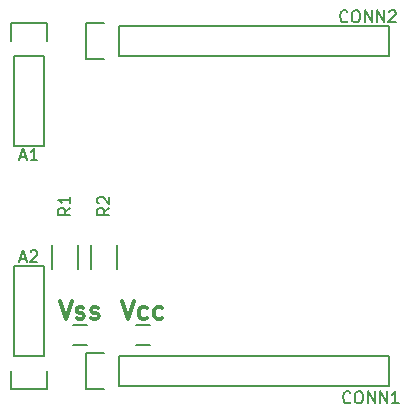
<source format=gbr>
G04 #@! TF.FileFunction,Legend,Top*
%FSLAX46Y46*%
G04 Gerber Fmt 4.6, Leading zero omitted, Abs format (unit mm)*
G04 Created by KiCad (PCBNEW 4.0.5+dfsg1-4) date Wed Mar  8 23:13:07 2017*
%MOMM*%
%LPD*%
G01*
G04 APERTURE LIST*
%ADD10C,0.100000*%
%ADD11C,0.300000*%
%ADD12C,0.150000*%
G04 APERTURE END LIST*
D10*
D11*
X48506286Y-49978571D02*
X49006286Y-51478571D01*
X49506286Y-49978571D01*
X50649143Y-51407143D02*
X50506286Y-51478571D01*
X50220572Y-51478571D01*
X50077714Y-51407143D01*
X50006286Y-51335714D01*
X49934857Y-51192857D01*
X49934857Y-50764286D01*
X50006286Y-50621429D01*
X50077714Y-50550000D01*
X50220572Y-50478571D01*
X50506286Y-50478571D01*
X50649143Y-50550000D01*
X51934857Y-51407143D02*
X51792000Y-51478571D01*
X51506286Y-51478571D01*
X51363428Y-51407143D01*
X51292000Y-51335714D01*
X51220571Y-51192857D01*
X51220571Y-50764286D01*
X51292000Y-50621429D01*
X51363428Y-50550000D01*
X51506286Y-50478571D01*
X51792000Y-50478571D01*
X51934857Y-50550000D01*
X43243714Y-49978571D02*
X43743714Y-51478571D01*
X44243714Y-49978571D01*
X44672285Y-51407143D02*
X44815142Y-51478571D01*
X45100857Y-51478571D01*
X45243714Y-51407143D01*
X45315142Y-51264286D01*
X45315142Y-51192857D01*
X45243714Y-51050000D01*
X45100857Y-50978571D01*
X44886571Y-50978571D01*
X44743714Y-50907143D01*
X44672285Y-50764286D01*
X44672285Y-50692857D01*
X44743714Y-50550000D01*
X44886571Y-50478571D01*
X45100857Y-50478571D01*
X45243714Y-50550000D01*
X45886571Y-51407143D02*
X46029428Y-51478571D01*
X46315143Y-51478571D01*
X46458000Y-51407143D01*
X46529428Y-51264286D01*
X46529428Y-51192857D01*
X46458000Y-51050000D01*
X46315143Y-50978571D01*
X46100857Y-50978571D01*
X45958000Y-50907143D01*
X45886571Y-50764286D01*
X45886571Y-50692857D01*
X45958000Y-50550000D01*
X46100857Y-50478571D01*
X46315143Y-50478571D01*
X46458000Y-50550000D01*
D12*
X39370000Y-29210000D02*
X39370000Y-36830000D01*
X41910000Y-29210000D02*
X41910000Y-36830000D01*
X42190000Y-26390000D02*
X42190000Y-27940000D01*
X39370000Y-36830000D02*
X41910000Y-36830000D01*
X41910000Y-29210000D02*
X39370000Y-29210000D01*
X39090000Y-27940000D02*
X39090000Y-26390000D01*
X39090000Y-26390000D02*
X42190000Y-26390000D01*
X41910000Y-54610000D02*
X41910000Y-46990000D01*
X39370000Y-54610000D02*
X39370000Y-46990000D01*
X39090000Y-57430000D02*
X39090000Y-55880000D01*
X41910000Y-46990000D02*
X39370000Y-46990000D01*
X39370000Y-54610000D02*
X41910000Y-54610000D01*
X42190000Y-55880000D02*
X42190000Y-57430000D01*
X42190000Y-57430000D02*
X39090000Y-57430000D01*
X48260000Y-54610000D02*
X71120000Y-54610000D01*
X71120000Y-54610000D02*
X71120000Y-57150000D01*
X71120000Y-57150000D02*
X48260000Y-57150000D01*
X45440000Y-54330000D02*
X46990000Y-54330000D01*
X48260000Y-54610000D02*
X48260000Y-57150000D01*
X46990000Y-57430000D02*
X45440000Y-57430000D01*
X45440000Y-57430000D02*
X45440000Y-54330000D01*
X48260000Y-26670000D02*
X71120000Y-26670000D01*
X71120000Y-26670000D02*
X71120000Y-29210000D01*
X71120000Y-29210000D02*
X48260000Y-29210000D01*
X45440000Y-26390000D02*
X46990000Y-26390000D01*
X48260000Y-26670000D02*
X48260000Y-29210000D01*
X46990000Y-29490000D02*
X45440000Y-29490000D01*
X45440000Y-29490000D02*
X45440000Y-26390000D01*
X42613000Y-47228000D02*
X42613000Y-45228000D01*
X44763000Y-45228000D02*
X44763000Y-47228000D01*
X48065000Y-45228000D02*
X48065000Y-47228000D01*
X45915000Y-47228000D02*
X45915000Y-45228000D01*
X50892000Y-53707000D02*
X49692000Y-53707000D01*
X49692000Y-51957000D02*
X50892000Y-51957000D01*
X45558000Y-53707000D02*
X44358000Y-53707000D01*
X44358000Y-51957000D02*
X45558000Y-51957000D01*
X39925714Y-37758667D02*
X40401905Y-37758667D01*
X39830476Y-38044381D02*
X40163809Y-37044381D01*
X40497143Y-38044381D01*
X41354286Y-38044381D02*
X40782857Y-38044381D01*
X41068571Y-38044381D02*
X41068571Y-37044381D01*
X40973333Y-37187238D01*
X40878095Y-37282476D01*
X40782857Y-37330095D01*
X39925714Y-46394667D02*
X40401905Y-46394667D01*
X39830476Y-46680381D02*
X40163809Y-45680381D01*
X40497143Y-46680381D01*
X40782857Y-45775619D02*
X40830476Y-45728000D01*
X40925714Y-45680381D01*
X41163810Y-45680381D01*
X41259048Y-45728000D01*
X41306667Y-45775619D01*
X41354286Y-45870857D01*
X41354286Y-45966095D01*
X41306667Y-46108952D01*
X40735238Y-46680381D01*
X41354286Y-46680381D01*
X67857905Y-58523143D02*
X67810286Y-58570762D01*
X67667429Y-58618381D01*
X67572191Y-58618381D01*
X67429333Y-58570762D01*
X67334095Y-58475524D01*
X67286476Y-58380286D01*
X67238857Y-58189810D01*
X67238857Y-58046952D01*
X67286476Y-57856476D01*
X67334095Y-57761238D01*
X67429333Y-57666000D01*
X67572191Y-57618381D01*
X67667429Y-57618381D01*
X67810286Y-57666000D01*
X67857905Y-57713619D01*
X68476952Y-57618381D02*
X68667429Y-57618381D01*
X68762667Y-57666000D01*
X68857905Y-57761238D01*
X68905524Y-57951714D01*
X68905524Y-58285048D01*
X68857905Y-58475524D01*
X68762667Y-58570762D01*
X68667429Y-58618381D01*
X68476952Y-58618381D01*
X68381714Y-58570762D01*
X68286476Y-58475524D01*
X68238857Y-58285048D01*
X68238857Y-57951714D01*
X68286476Y-57761238D01*
X68381714Y-57666000D01*
X68476952Y-57618381D01*
X69334095Y-58618381D02*
X69334095Y-57618381D01*
X69905524Y-58618381D01*
X69905524Y-57618381D01*
X70381714Y-58618381D02*
X70381714Y-57618381D01*
X70953143Y-58618381D01*
X70953143Y-57618381D01*
X71953143Y-58618381D02*
X71381714Y-58618381D01*
X71667428Y-58618381D02*
X71667428Y-57618381D01*
X71572190Y-57761238D01*
X71476952Y-57856476D01*
X71381714Y-57904095D01*
X67603905Y-26265143D02*
X67556286Y-26312762D01*
X67413429Y-26360381D01*
X67318191Y-26360381D01*
X67175333Y-26312762D01*
X67080095Y-26217524D01*
X67032476Y-26122286D01*
X66984857Y-25931810D01*
X66984857Y-25788952D01*
X67032476Y-25598476D01*
X67080095Y-25503238D01*
X67175333Y-25408000D01*
X67318191Y-25360381D01*
X67413429Y-25360381D01*
X67556286Y-25408000D01*
X67603905Y-25455619D01*
X68222952Y-25360381D02*
X68413429Y-25360381D01*
X68508667Y-25408000D01*
X68603905Y-25503238D01*
X68651524Y-25693714D01*
X68651524Y-26027048D01*
X68603905Y-26217524D01*
X68508667Y-26312762D01*
X68413429Y-26360381D01*
X68222952Y-26360381D01*
X68127714Y-26312762D01*
X68032476Y-26217524D01*
X67984857Y-26027048D01*
X67984857Y-25693714D01*
X68032476Y-25503238D01*
X68127714Y-25408000D01*
X68222952Y-25360381D01*
X69080095Y-26360381D02*
X69080095Y-25360381D01*
X69651524Y-26360381D01*
X69651524Y-25360381D01*
X70127714Y-26360381D02*
X70127714Y-25360381D01*
X70699143Y-26360381D01*
X70699143Y-25360381D01*
X71127714Y-25455619D02*
X71175333Y-25408000D01*
X71270571Y-25360381D01*
X71508667Y-25360381D01*
X71603905Y-25408000D01*
X71651524Y-25455619D01*
X71699143Y-25550857D01*
X71699143Y-25646095D01*
X71651524Y-25788952D01*
X71080095Y-26360381D01*
X71699143Y-26360381D01*
X44140381Y-42076666D02*
X43664190Y-42410000D01*
X44140381Y-42648095D02*
X43140381Y-42648095D01*
X43140381Y-42267142D01*
X43188000Y-42171904D01*
X43235619Y-42124285D01*
X43330857Y-42076666D01*
X43473714Y-42076666D01*
X43568952Y-42124285D01*
X43616571Y-42171904D01*
X43664190Y-42267142D01*
X43664190Y-42648095D01*
X44140381Y-41124285D02*
X44140381Y-41695714D01*
X44140381Y-41410000D02*
X43140381Y-41410000D01*
X43283238Y-41505238D01*
X43378476Y-41600476D01*
X43426095Y-41695714D01*
X47442381Y-42076666D02*
X46966190Y-42410000D01*
X47442381Y-42648095D02*
X46442381Y-42648095D01*
X46442381Y-42267142D01*
X46490000Y-42171904D01*
X46537619Y-42124285D01*
X46632857Y-42076666D01*
X46775714Y-42076666D01*
X46870952Y-42124285D01*
X46918571Y-42171904D01*
X46966190Y-42267142D01*
X46966190Y-42648095D01*
X46537619Y-41695714D02*
X46490000Y-41648095D01*
X46442381Y-41552857D01*
X46442381Y-41314761D01*
X46490000Y-41219523D01*
X46537619Y-41171904D01*
X46632857Y-41124285D01*
X46728095Y-41124285D01*
X46870952Y-41171904D01*
X47442381Y-41743333D01*
X47442381Y-41124285D01*
M02*

</source>
